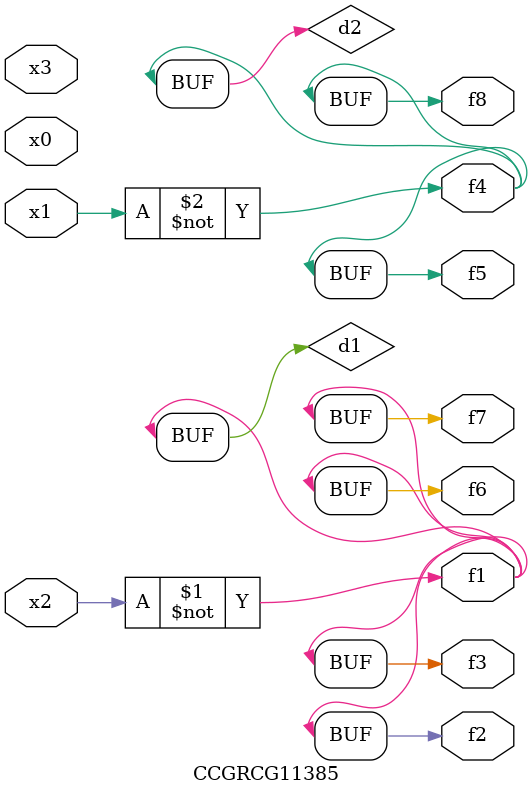
<source format=v>
module CCGRCG11385(
	input x0, x1, x2, x3,
	output f1, f2, f3, f4, f5, f6, f7, f8
);

	wire d1, d2;

	xnor (d1, x2);
	not (d2, x1);
	assign f1 = d1;
	assign f2 = d1;
	assign f3 = d1;
	assign f4 = d2;
	assign f5 = d2;
	assign f6 = d1;
	assign f7 = d1;
	assign f8 = d2;
endmodule

</source>
